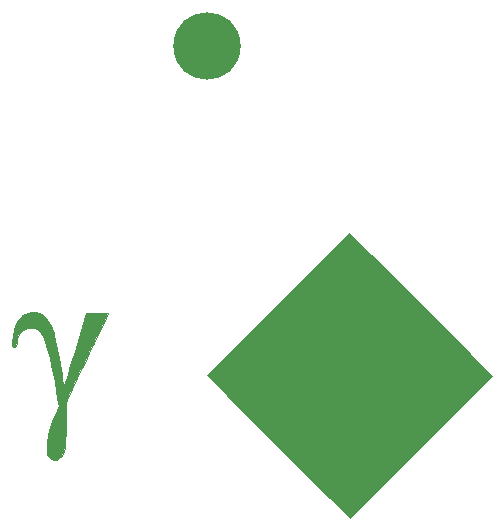
<source format=gts>
G04 #@! TF.GenerationSoftware,KiCad,Pcbnew,(5.1.9)-1*
G04 #@! TF.CreationDate,2021-03-26T23:35:01-07:00*
G04 #@! TF.ProjectId,mole-diamond-keychain-alt,6d6f6c65-2d64-4696-916d-6f6e642d6b65,A*
G04 #@! TF.SameCoordinates,Original*
G04 #@! TF.FileFunction,Soldermask,Top*
G04 #@! TF.FilePolarity,Negative*
%FSLAX46Y46*%
G04 Gerber Fmt 4.6, Leading zero omitted, Abs format (unit mm)*
G04 Created by KiCad (PCBNEW (5.1.9)-1) date 2021-03-26 23:35:01*
%MOMM*%
%LPD*%
G01*
G04 APERTURE LIST*
%ADD10C,0.010000*%
%ADD11C,5.702000*%
G04 APERTURE END LIST*
D10*
G36*
X-14573621Y30819293D02*
G01*
X-14423742Y30780703D01*
X-14246932Y30740060D01*
X-13970166Y30615233D01*
X-13672240Y30379463D01*
X-13400936Y30076475D01*
X-13234356Y29813479D01*
X-13097140Y29477009D01*
X-12949541Y28992813D01*
X-12796394Y28381813D01*
X-12642532Y27664933D01*
X-12492791Y26863094D01*
X-12352003Y25997218D01*
X-12350823Y25989408D01*
X-12266630Y25440659D01*
X-12201266Y25042013D01*
X-12150327Y24775845D01*
X-12109408Y24624527D01*
X-12074104Y24570431D01*
X-12040011Y24595931D01*
X-12015760Y24648498D01*
X-11970463Y24785039D01*
X-11884613Y25064018D01*
X-11764242Y25465075D01*
X-11615382Y25967849D01*
X-11444067Y26551978D01*
X-11256329Y27197103D01*
X-11084357Y27792045D01*
X-10248754Y30691879D01*
X-8345425Y30691879D01*
X-8712395Y29908712D01*
X-8833526Y29652322D01*
X-9017339Y29266077D01*
X-9252979Y28772655D01*
X-9529591Y28194734D01*
X-9836321Y27554991D01*
X-10162314Y26876106D01*
X-10496716Y26180754D01*
X-10505640Y26162212D01*
X-11931915Y23198879D01*
X-11937533Y21293879D01*
X-11942374Y20596180D01*
X-11954745Y20044281D01*
X-11978304Y19614695D01*
X-12016710Y19283933D01*
X-12073622Y19028505D01*
X-12152699Y18824924D01*
X-12257598Y18649702D01*
X-12372326Y18502508D01*
X-12634150Y18294354D01*
X-12917341Y18249428D01*
X-13198930Y18368943D01*
X-13296727Y18453697D01*
X-13471737Y18731241D01*
X-13512069Y18982864D01*
X-13498750Y19705888D01*
X-13415290Y20375170D01*
X-13250364Y21044376D01*
X-12992647Y21767177D01*
X-12854628Y22098212D01*
X-12525944Y22860212D01*
X-12634739Y23537545D01*
X-12746591Y24201605D01*
X-12874175Y24905155D01*
X-13010222Y25612209D01*
X-13147462Y26286781D01*
X-13278627Y26892883D01*
X-13396446Y27394529D01*
X-13471393Y27679550D01*
X-13666575Y28298857D01*
X-13864191Y28767274D01*
X-14077545Y29102895D01*
X-14319939Y29323815D01*
X-14604675Y29448128D01*
X-14797577Y29483448D01*
X-15224535Y29459864D01*
X-15574813Y29287569D01*
X-15843833Y28971067D01*
X-16027018Y28514861D01*
X-16088428Y28213392D01*
X-16141479Y27960505D01*
X-16214870Y27839751D01*
X-16308159Y27813212D01*
X-16410257Y27842798D01*
X-16457317Y27959725D01*
X-16467879Y28178662D01*
X-16426525Y28750865D01*
X-16311293Y29306079D01*
X-16135426Y29807148D01*
X-15912166Y30216918D01*
X-15654758Y30498234D01*
X-15636256Y30511833D01*
X-15411468Y30632520D01*
X-15123415Y30737777D01*
X-14836938Y30808842D01*
X-14616878Y30826955D01*
X-14573621Y30819293D01*
G37*
X-14573621Y30819293D02*
X-14423742Y30780703D01*
X-14246932Y30740060D01*
X-13970166Y30615233D01*
X-13672240Y30379463D01*
X-13400936Y30076475D01*
X-13234356Y29813479D01*
X-13097140Y29477009D01*
X-12949541Y28992813D01*
X-12796394Y28381813D01*
X-12642532Y27664933D01*
X-12492791Y26863094D01*
X-12352003Y25997218D01*
X-12350823Y25989408D01*
X-12266630Y25440659D01*
X-12201266Y25042013D01*
X-12150327Y24775845D01*
X-12109408Y24624527D01*
X-12074104Y24570431D01*
X-12040011Y24595931D01*
X-12015760Y24648498D01*
X-11970463Y24785039D01*
X-11884613Y25064018D01*
X-11764242Y25465075D01*
X-11615382Y25967849D01*
X-11444067Y26551978D01*
X-11256329Y27197103D01*
X-11084357Y27792045D01*
X-10248754Y30691879D01*
X-8345425Y30691879D01*
X-8712395Y29908712D01*
X-8833526Y29652322D01*
X-9017339Y29266077D01*
X-9252979Y28772655D01*
X-9529591Y28194734D01*
X-9836321Y27554991D01*
X-10162314Y26876106D01*
X-10496716Y26180754D01*
X-10505640Y26162212D01*
X-11931915Y23198879D01*
X-11937533Y21293879D01*
X-11942374Y20596180D01*
X-11954745Y20044281D01*
X-11978304Y19614695D01*
X-12016710Y19283933D01*
X-12073622Y19028505D01*
X-12152699Y18824924D01*
X-12257598Y18649702D01*
X-12372326Y18502508D01*
X-12634150Y18294354D01*
X-12917341Y18249428D01*
X-13198930Y18368943D01*
X-13296727Y18453697D01*
X-13471737Y18731241D01*
X-13512069Y18982864D01*
X-13498750Y19705888D01*
X-13415290Y20375170D01*
X-13250364Y21044376D01*
X-12992647Y21767177D01*
X-12854628Y22098212D01*
X-12525944Y22860212D01*
X-12634739Y23537545D01*
X-12746591Y24201605D01*
X-12874175Y24905155D01*
X-13010222Y25612209D01*
X-13147462Y26286781D01*
X-13278627Y26892883D01*
X-13396446Y27394529D01*
X-13471393Y27679550D01*
X-13666575Y28298857D01*
X-13864191Y28767274D01*
X-14077545Y29102895D01*
X-14319939Y29323815D01*
X-14604675Y29448128D01*
X-14797577Y29483448D01*
X-15224535Y29459864D01*
X-15574813Y29287569D01*
X-15843833Y28971067D01*
X-16027018Y28514861D01*
X-16088428Y28213392D01*
X-16141479Y27960505D01*
X-16214870Y27839751D01*
X-16308159Y27813212D01*
X-16410257Y27842798D01*
X-16457317Y27959725D01*
X-16467879Y28178662D01*
X-16426525Y28750865D01*
X-16311293Y29306079D01*
X-16135426Y29807148D01*
X-15912166Y30216918D01*
X-15654758Y30498234D01*
X-15636256Y30511833D01*
X-15411468Y30632520D01*
X-15123415Y30737777D01*
X-14836938Y30808842D01*
X-14616878Y30826955D01*
X-14573621Y30819293D01*
G36*
X18118529Y31453657D02*
G01*
X24172269Y25399916D01*
X18139474Y19367564D01*
X12106679Y13335211D01*
X6053381Y19388952D01*
X84Y25442693D01*
X12064788Y37507397D01*
X18118529Y31453657D01*
G37*
X18118529Y31453657D02*
X24172269Y25399916D01*
X18139474Y19367564D01*
X12106679Y13335211D01*
X6053381Y19388952D01*
X84Y25442693D01*
X12064788Y37507397D01*
X18118529Y31453657D01*
G36*
X-14573621Y30819293D02*
G01*
X-14423742Y30780703D01*
X-14246932Y30740060D01*
X-13970166Y30615233D01*
X-13672240Y30379463D01*
X-13400936Y30076475D01*
X-13234356Y29813479D01*
X-13097140Y29477009D01*
X-12949541Y28992813D01*
X-12796394Y28381813D01*
X-12642532Y27664933D01*
X-12492791Y26863094D01*
X-12352003Y25997218D01*
X-12350823Y25989408D01*
X-12266630Y25440659D01*
X-12201266Y25042013D01*
X-12150327Y24775845D01*
X-12109408Y24624527D01*
X-12074104Y24570431D01*
X-12040011Y24595931D01*
X-12015760Y24648498D01*
X-11970463Y24785039D01*
X-11884613Y25064018D01*
X-11764242Y25465075D01*
X-11615382Y25967849D01*
X-11444067Y26551978D01*
X-11256329Y27197103D01*
X-11084357Y27792045D01*
X-10248754Y30691879D01*
X-8345425Y30691879D01*
X-8712395Y29908712D01*
X-8833526Y29652322D01*
X-9017339Y29266077D01*
X-9252979Y28772655D01*
X-9529591Y28194734D01*
X-9836321Y27554991D01*
X-10162314Y26876106D01*
X-10496716Y26180754D01*
X-10505640Y26162212D01*
X-11931915Y23198879D01*
X-11937533Y21293879D01*
X-11942374Y20596180D01*
X-11954745Y20044281D01*
X-11978304Y19614695D01*
X-12016710Y19283933D01*
X-12073622Y19028505D01*
X-12152699Y18824924D01*
X-12257598Y18649702D01*
X-12372326Y18502508D01*
X-12634150Y18294354D01*
X-12917341Y18249428D01*
X-13198930Y18368943D01*
X-13296727Y18453697D01*
X-13471737Y18731241D01*
X-13512069Y18982864D01*
X-13498750Y19705888D01*
X-13415290Y20375170D01*
X-13250364Y21044376D01*
X-12992647Y21767177D01*
X-12854628Y22098212D01*
X-12525944Y22860212D01*
X-12634739Y23537545D01*
X-12746591Y24201605D01*
X-12874175Y24905155D01*
X-13010222Y25612209D01*
X-13147462Y26286781D01*
X-13278627Y26892883D01*
X-13396446Y27394529D01*
X-13471393Y27679550D01*
X-13666575Y28298857D01*
X-13864191Y28767274D01*
X-14077545Y29102895D01*
X-14319939Y29323815D01*
X-14604675Y29448128D01*
X-14797577Y29483448D01*
X-15224535Y29459864D01*
X-15574813Y29287569D01*
X-15843833Y28971067D01*
X-16027018Y28514861D01*
X-16088428Y28213392D01*
X-16141479Y27960505D01*
X-16214870Y27839751D01*
X-16308159Y27813212D01*
X-16410257Y27842798D01*
X-16457317Y27959725D01*
X-16467879Y28178662D01*
X-16426525Y28750865D01*
X-16311293Y29306079D01*
X-16135426Y29807148D01*
X-15912166Y30216918D01*
X-15654758Y30498234D01*
X-15636256Y30511833D01*
X-15411468Y30632520D01*
X-15123415Y30737777D01*
X-14836938Y30808842D01*
X-14616878Y30826955D01*
X-14573621Y30819293D01*
G37*
X-14573621Y30819293D02*
X-14423742Y30780703D01*
X-14246932Y30740060D01*
X-13970166Y30615233D01*
X-13672240Y30379463D01*
X-13400936Y30076475D01*
X-13234356Y29813479D01*
X-13097140Y29477009D01*
X-12949541Y28992813D01*
X-12796394Y28381813D01*
X-12642532Y27664933D01*
X-12492791Y26863094D01*
X-12352003Y25997218D01*
X-12350823Y25989408D01*
X-12266630Y25440659D01*
X-12201266Y25042013D01*
X-12150327Y24775845D01*
X-12109408Y24624527D01*
X-12074104Y24570431D01*
X-12040011Y24595931D01*
X-12015760Y24648498D01*
X-11970463Y24785039D01*
X-11884613Y25064018D01*
X-11764242Y25465075D01*
X-11615382Y25967849D01*
X-11444067Y26551978D01*
X-11256329Y27197103D01*
X-11084357Y27792045D01*
X-10248754Y30691879D01*
X-8345425Y30691879D01*
X-8712395Y29908712D01*
X-8833526Y29652322D01*
X-9017339Y29266077D01*
X-9252979Y28772655D01*
X-9529591Y28194734D01*
X-9836321Y27554991D01*
X-10162314Y26876106D01*
X-10496716Y26180754D01*
X-10505640Y26162212D01*
X-11931915Y23198879D01*
X-11937533Y21293879D01*
X-11942374Y20596180D01*
X-11954745Y20044281D01*
X-11978304Y19614695D01*
X-12016710Y19283933D01*
X-12073622Y19028505D01*
X-12152699Y18824924D01*
X-12257598Y18649702D01*
X-12372326Y18502508D01*
X-12634150Y18294354D01*
X-12917341Y18249428D01*
X-13198930Y18368943D01*
X-13296727Y18453697D01*
X-13471737Y18731241D01*
X-13512069Y18982864D01*
X-13498750Y19705888D01*
X-13415290Y20375170D01*
X-13250364Y21044376D01*
X-12992647Y21767177D01*
X-12854628Y22098212D01*
X-12525944Y22860212D01*
X-12634739Y23537545D01*
X-12746591Y24201605D01*
X-12874175Y24905155D01*
X-13010222Y25612209D01*
X-13147462Y26286781D01*
X-13278627Y26892883D01*
X-13396446Y27394529D01*
X-13471393Y27679550D01*
X-13666575Y28298857D01*
X-13864191Y28767274D01*
X-14077545Y29102895D01*
X-14319939Y29323815D01*
X-14604675Y29448128D01*
X-14797577Y29483448D01*
X-15224535Y29459864D01*
X-15574813Y29287569D01*
X-15843833Y28971067D01*
X-16027018Y28514861D01*
X-16088428Y28213392D01*
X-16141479Y27960505D01*
X-16214870Y27839751D01*
X-16308159Y27813212D01*
X-16410257Y27842798D01*
X-16457317Y27959725D01*
X-16467879Y28178662D01*
X-16426525Y28750865D01*
X-16311293Y29306079D01*
X-16135426Y29807148D01*
X-15912166Y30216918D01*
X-15654758Y30498234D01*
X-15636256Y30511833D01*
X-15411468Y30632520D01*
X-15123415Y30737777D01*
X-14836938Y30808842D01*
X-14616878Y30826955D01*
X-14573621Y30819293D01*
G36*
X18118529Y31453657D02*
G01*
X24172269Y25399916D01*
X18139474Y19367564D01*
X12106679Y13335211D01*
X6053381Y19388952D01*
X84Y25442693D01*
X12064788Y37507397D01*
X18118529Y31453657D01*
G37*
X18118529Y31453657D02*
X24172269Y25399916D01*
X18139474Y19367564D01*
X12106679Y13335211D01*
X6053381Y19388952D01*
X84Y25442693D01*
X12064788Y37507397D01*
X18118529Y31453657D01*
D11*
X-5Y53340005D03*
M02*

</source>
